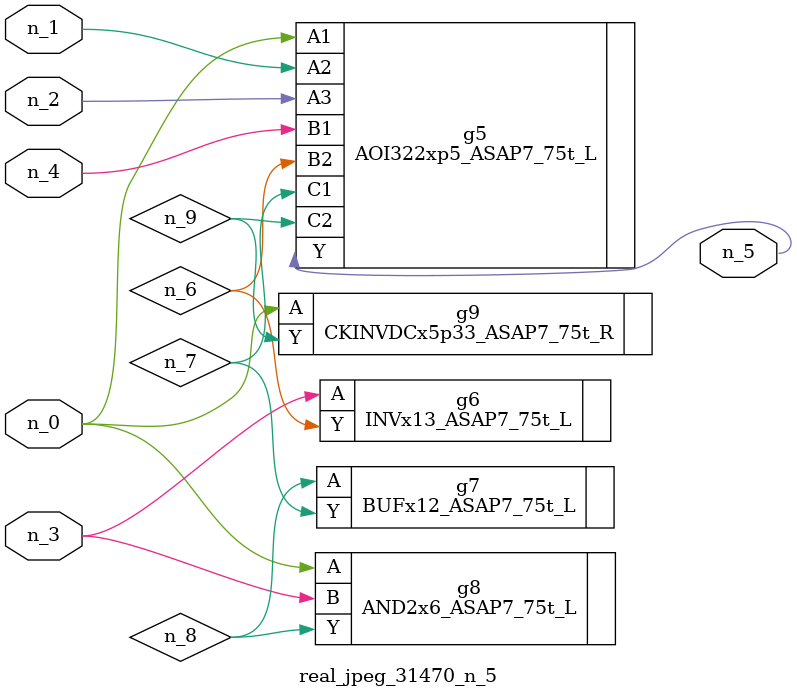
<source format=v>
module real_jpeg_31470_n_5 (n_4, n_0, n_1, n_2, n_3, n_5);

input n_4;
input n_0;
input n_1;
input n_2;
input n_3;

output n_5;

wire n_8;
wire n_6;
wire n_7;
wire n_9;

AOI322xp5_ASAP7_75t_L g5 ( 
.A1(n_0),
.A2(n_1),
.A3(n_2),
.B1(n_4),
.B2(n_6),
.C1(n_7),
.C2(n_9),
.Y(n_5)
);

AND2x6_ASAP7_75t_L g8 ( 
.A(n_0),
.B(n_3),
.Y(n_8)
);

CKINVDCx5p33_ASAP7_75t_R g9 ( 
.A(n_0),
.Y(n_9)
);

INVx13_ASAP7_75t_L g6 ( 
.A(n_3),
.Y(n_6)
);

BUFx12_ASAP7_75t_L g7 ( 
.A(n_8),
.Y(n_7)
);


endmodule
</source>
